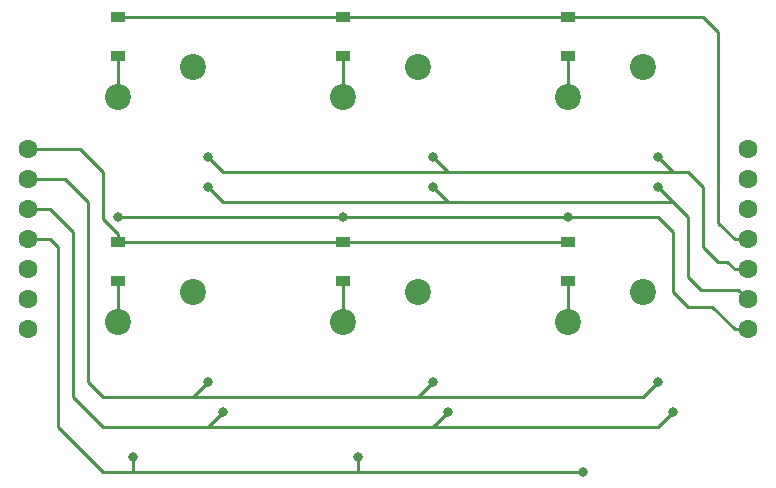
<source format=gbr>
G04 #@! TF.GenerationSoftware,KiCad,Pcbnew,(5.0.0-rc2-dev-471-ge4feb315d)*
G04 #@! TF.CreationDate,2018-04-21T02:21:12+01:00*
G04 #@! TF.ProjectId,cherry_breakout,6368657272795F627265616B6F75742E,rev?*
G04 #@! TF.SameCoordinates,Original*
G04 #@! TF.FileFunction,Copper,L2,Bot,Signal*
G04 #@! TF.FilePolarity,Positive*
%FSLAX46Y46*%
G04 Gerber Fmt 4.6, Leading zero omitted, Abs format (unit mm)*
G04 Created by KiCad (PCBNEW (5.0.0-rc2-dev-471-ge4feb315d)) date Sat Apr 21 02:21:12 2018*
%MOMM*%
%LPD*%
G01*
G04 APERTURE LIST*
%ADD10C,1.600000*%
%ADD11R,1.200000X0.900000*%
%ADD12C,2.200000*%
%ADD13C,0.800000*%
%ADD14C,0.250000*%
G04 APERTURE END LIST*
D10*
X116840000Y-88265000D03*
X55880000Y-98425000D03*
X116840000Y-90805000D03*
X55880000Y-100965000D03*
X116840000Y-93345000D03*
X55880000Y-103505000D03*
X116840000Y-95885000D03*
X55880000Y-88265000D03*
X116840000Y-103505000D03*
X116840000Y-100965000D03*
X116840000Y-98425000D03*
X55880000Y-95885000D03*
X55880000Y-93345000D03*
X55880000Y-90805000D03*
D11*
X63500000Y-77090000D03*
X63500000Y-80390000D03*
X63500000Y-99440000D03*
X63500000Y-96140000D03*
X82550000Y-80390000D03*
X82550000Y-77090000D03*
X82550000Y-96140000D03*
X82550000Y-99440000D03*
X101600000Y-77090000D03*
X101600000Y-80390000D03*
X101600000Y-99440000D03*
X101600000Y-96140000D03*
D12*
X63500000Y-83820000D03*
X69850000Y-81280000D03*
X69850000Y-100330000D03*
X63500000Y-102870000D03*
X88900000Y-81280000D03*
X82550000Y-83820000D03*
X82550000Y-102870000D03*
X88900000Y-100330000D03*
X101600000Y-83820000D03*
X107950000Y-81280000D03*
X107950000Y-100330000D03*
X101600000Y-102870000D03*
D13*
X71120000Y-88900000D03*
X90170000Y-88900000D03*
X109220000Y-88900000D03*
X102870000Y-115570000D03*
X83820000Y-114300000D03*
X64770000Y-114300000D03*
X109220000Y-107950000D03*
X90170000Y-107950000D03*
X71120000Y-107950000D03*
X110490000Y-110490000D03*
X91440000Y-110490000D03*
X72390000Y-110490000D03*
X71120000Y-91440000D03*
X90170000Y-91440000D03*
X109220000Y-91440000D03*
X63500000Y-93980000D03*
X82550000Y-93980000D03*
X101600000Y-93980000D03*
D14*
X82550000Y-83820000D02*
X82550000Y-80390000D01*
X63500000Y-83820000D02*
X63500000Y-80390000D01*
X63650000Y-77090000D02*
X82550000Y-77090000D01*
X63500000Y-77090000D02*
X63650000Y-77090000D01*
X82550000Y-77090000D02*
X101600000Y-77090000D01*
X63650000Y-96140000D02*
X82550000Y-96140000D01*
X63500000Y-96140000D02*
X63650000Y-96140000D01*
X82550000Y-96140000D02*
X101600000Y-96140000D01*
X63500000Y-96140000D02*
X63120000Y-96140000D01*
X63500000Y-102870000D02*
X63500000Y-99440000D01*
X82550000Y-102870000D02*
X82550000Y-99440000D01*
X101600000Y-83820000D02*
X101600000Y-80390000D01*
X101600000Y-102870000D02*
X101600000Y-99440000D01*
X72390000Y-90170000D02*
X71120000Y-88900000D01*
X91440000Y-90170000D02*
X90170000Y-88900000D01*
X91440000Y-90170000D02*
X72390000Y-90170000D01*
X110490000Y-90170000D02*
X109220000Y-88900000D01*
X110490000Y-90170000D02*
X91440000Y-90170000D01*
X83820000Y-115570000D02*
X83820000Y-114300000D01*
X83820000Y-115570000D02*
X102870000Y-115570000D01*
X64770000Y-115570000D02*
X64770000Y-114300000D01*
X64770000Y-115570000D02*
X83820000Y-115570000D01*
X106680000Y-109220000D02*
X107950000Y-109220000D01*
X107950000Y-109220000D02*
X109220000Y-107950000D01*
X88900000Y-109220000D02*
X90170000Y-107950000D01*
X88900000Y-109220000D02*
X106680000Y-109220000D01*
X69850000Y-109220000D02*
X88900000Y-109220000D01*
X69850000Y-109220000D02*
X71120000Y-107950000D01*
X109220000Y-111760000D02*
X110490000Y-110490000D01*
X90170000Y-111760000D02*
X91440000Y-110490000D01*
X90170000Y-111760000D02*
X109220000Y-111760000D01*
X71120000Y-111760000D02*
X90170000Y-111760000D01*
X71120000Y-111760000D02*
X72390000Y-110490000D01*
X91440000Y-92710000D02*
X90170000Y-91440000D01*
X110490000Y-92710000D02*
X109220000Y-91440000D01*
X110490000Y-92710000D02*
X91440000Y-92710000D01*
X91440000Y-92710000D02*
X72390000Y-92710000D01*
X72390000Y-92710000D02*
X71120000Y-91440000D01*
X116040001Y-100165001D02*
X112865001Y-100165001D01*
X116840000Y-100965000D02*
X116040001Y-100165001D01*
X112865001Y-100165001D02*
X111760000Y-99060000D01*
X111760000Y-99060000D02*
X111760000Y-93980000D01*
X111760000Y-93980000D02*
X110490000Y-92710000D01*
X111760000Y-90170000D02*
X110490000Y-90170000D01*
X115708630Y-98425000D02*
X115073630Y-97790000D01*
X116840000Y-98425000D02*
X115708630Y-98425000D01*
X115073630Y-97790000D02*
X114300000Y-97790000D01*
X114300000Y-97790000D02*
X113030000Y-96520000D01*
X113030000Y-91440000D02*
X111760000Y-90170000D01*
X113030000Y-96520000D02*
X113030000Y-91440000D01*
X82550000Y-93980000D02*
X63500000Y-93980000D01*
X101600000Y-93980000D02*
X82550000Y-93980000D01*
X115708630Y-103505000D02*
X113803630Y-101600000D01*
X116840000Y-103505000D02*
X115708630Y-103505000D01*
X113803630Y-101600000D02*
X111760000Y-101600000D01*
X111760000Y-101600000D02*
X110490000Y-100330000D01*
X110490000Y-95250000D02*
X109220000Y-93980000D01*
X110490000Y-100330000D02*
X110490000Y-95250000D01*
X109220000Y-93980000D02*
X101600000Y-93980000D01*
X114300000Y-94476370D02*
X114300000Y-78360000D01*
X115708630Y-95885000D02*
X114300000Y-94476370D01*
X114300000Y-78360000D02*
X113030000Y-77090000D01*
X116840000Y-95885000D02*
X115708630Y-95885000D01*
X113030000Y-77090000D02*
X101600000Y-77090000D01*
X62230000Y-115570000D02*
X64770000Y-115570000D01*
X58420000Y-96520000D02*
X58420000Y-111760000D01*
X55880000Y-95885000D02*
X57785000Y-95885000D01*
X58420000Y-111760000D02*
X62230000Y-115570000D01*
X57785000Y-95885000D02*
X58420000Y-96520000D01*
X60960000Y-107950000D02*
X62230000Y-109220000D01*
X60960000Y-92710000D02*
X60960000Y-107950000D01*
X62230000Y-109220000D02*
X69850000Y-109220000D01*
X55880000Y-90805000D02*
X59055000Y-90805000D01*
X59055000Y-90805000D02*
X60960000Y-92710000D01*
X59690000Y-95250000D02*
X59690000Y-109220000D01*
X59690000Y-109220000D02*
X62230000Y-111760000D01*
X55880000Y-93345000D02*
X57785000Y-93345000D01*
X57785000Y-93345000D02*
X59690000Y-95250000D01*
X62230000Y-111760000D02*
X71120000Y-111760000D01*
X63500000Y-95440000D02*
X63500000Y-96140000D01*
X62230000Y-90170000D02*
X62230000Y-94170000D01*
X62230000Y-94170000D02*
X63500000Y-95440000D01*
X55880000Y-88265000D02*
X60325000Y-88265000D01*
X60325000Y-88265000D02*
X62230000Y-90170000D01*
M02*

</source>
